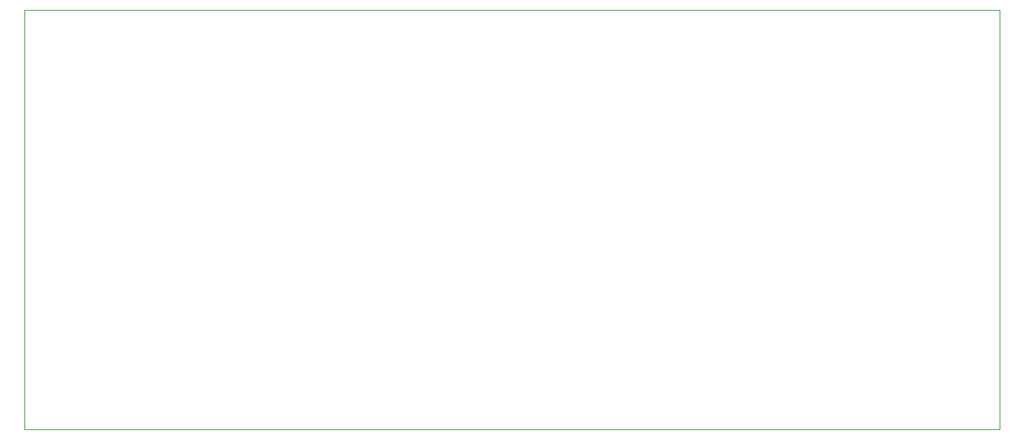
<source format=gbr>
G04 #@! TF.GenerationSoftware,KiCad,Pcbnew,(5.1.2-1)-1*
G04 #@! TF.CreationDate,2019-06-13T22:38:42+01:00*
G04 #@! TF.ProjectId,K3S_Seq_IF_Front_Panel,4b33535f-5365-4715-9f49-465f46726f6e,rev?*
G04 #@! TF.SameCoordinates,Original*
G04 #@! TF.FileFunction,Profile,NP*
%FSLAX46Y46*%
G04 Gerber Fmt 4.6, Leading zero omitted, Abs format (unit mm)*
G04 Created by KiCad (PCBNEW (5.1.2-1)-1) date 2019-06-13 22:38:42*
%MOMM*%
%LPD*%
G04 APERTURE LIST*
%ADD10C,0.050000*%
G04 APERTURE END LIST*
D10*
X80000000Y-89500000D02*
X80000000Y-40000000D01*
X195000000Y-89500000D02*
X80000000Y-89500000D01*
X195000000Y-40000000D02*
X195000000Y-89500000D01*
X80000000Y-40000000D02*
X195000000Y-40000000D01*
M02*

</source>
